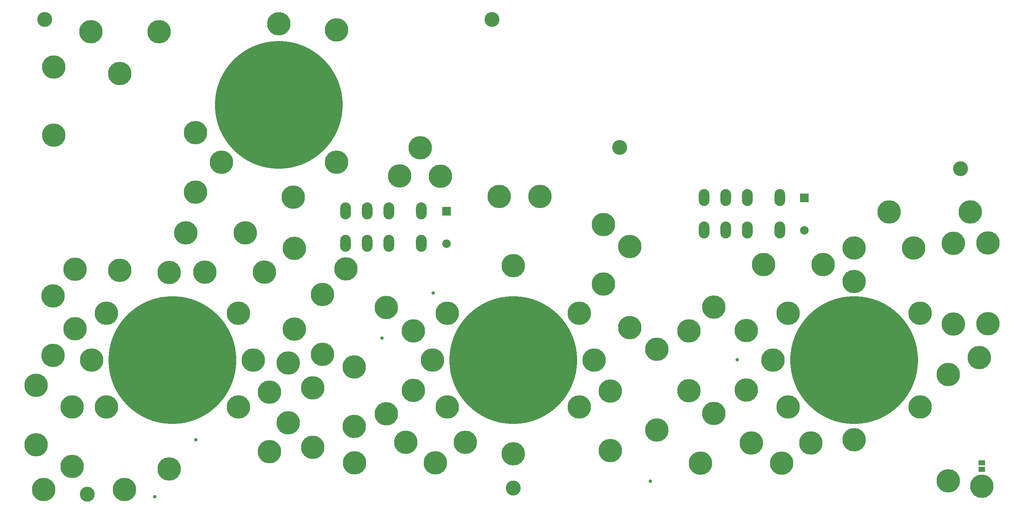
<source format=gts>
G04 #@! TF.FileFunction,Soldermask,Top*
%FSLAX46Y46*%
G04 Gerber Fmt 4.6, Leading zero omitted, Abs format (unit mm)*
G04 Created by KiCad (PCBNEW 4.0.5+dfsg1-4) date Sun May 14 19:10:16 2017*
%MOMM*%
%LPD*%
G01*
G04 APERTURE LIST*
%ADD10C,0.100000*%
%ADD11C,3.500000*%
%ADD12C,0.800000*%
%ADD13C,5.500000*%
%ADD14C,30.000000*%
%ADD15R,2.000000X2.000000*%
%ADD16C,2.000000*%
%ADD17O,2.500000X4.000000*%
%ADD18R,1.600200X1.168400*%
G04 APERTURE END LIST*
D10*
D11*
X85000000Y-216500000D03*
X185000000Y-215000000D03*
X290000000Y-140000000D03*
X210000000Y-135000000D03*
X180000000Y-105000000D03*
X75000000Y-105000000D03*
D12*
X100863400Y-217093800D03*
X166192200Y-169265600D03*
X154152600Y-179781200D03*
X237591600Y-184861200D03*
X110464600Y-203682600D03*
X217195400Y-213461600D03*
D13*
X249500000Y-174000000D03*
X246000000Y-185000000D03*
X280500000Y-196000000D03*
D14*
X265000000Y-185000000D03*
D13*
X249500000Y-196000000D03*
X280500000Y-174000000D03*
X247980600Y-209219800D03*
X228980600Y-209219800D03*
X294995600Y-214579200D03*
X212344000Y-158317800D03*
X212344000Y-177317800D03*
X85827600Y-107848400D03*
X101827600Y-107848400D03*
X110388400Y-131516600D03*
X110388400Y-145516600D03*
X264998200Y-166482600D03*
X264998200Y-203682600D03*
X104203500Y-164380500D03*
X104203500Y-210580500D03*
D15*
X253314200Y-146862800D03*
D16*
X253314200Y-154482800D03*
D17*
X229768400Y-154432000D03*
X234848400Y-154432000D03*
X247548400Y-154432000D03*
X247548400Y-146812000D03*
X234848400Y-146812000D03*
X229768400Y-146812000D03*
X239928400Y-146812000D03*
X239928400Y-154432000D03*
D13*
X181737000Y-146532600D03*
X191287400Y-146532600D03*
X163195000Y-135077200D03*
X143560800Y-107442000D03*
X243723400Y-162560000D03*
X257723400Y-162560000D03*
X108123200Y-155092400D03*
X122123200Y-155092400D03*
X264983200Y-158673800D03*
X278983200Y-158673800D03*
X239725200Y-177990500D03*
X239725200Y-191990500D03*
X226237800Y-192140600D03*
X226237800Y-178140600D03*
X240878600Y-204470000D03*
X254878600Y-204470000D03*
X207797400Y-192263000D03*
X207797400Y-206263000D03*
X206146400Y-153121600D03*
X206146400Y-167121600D03*
X161594800Y-178125600D03*
X161594800Y-192125600D03*
X147650200Y-200548000D03*
X147650200Y-186548000D03*
X159751000Y-204292200D03*
X173751000Y-204292200D03*
X127812800Y-192466200D03*
X127812800Y-206466200D03*
X112583200Y-164312600D03*
X126583200Y-164312600D03*
X140182600Y-183580800D03*
X140182600Y-169580800D03*
X76936600Y-169870600D03*
X76936600Y-183870600D03*
X294411400Y-184378600D03*
D18*
X294995600Y-209118200D03*
X294995600Y-210642200D03*
D13*
X288315400Y-157530800D03*
X288315400Y-176530800D03*
X232092500Y-172510400D03*
X232092500Y-197510400D03*
X218694000Y-182409700D03*
X218694000Y-201409700D03*
X155194000Y-172589800D03*
X155194000Y-197589800D03*
X166751000Y-209092800D03*
X147751000Y-209092800D03*
X133578600Y-158698800D03*
X133578600Y-177698800D03*
X93751800Y-215366600D03*
X74751800Y-215366600D03*
X92633800Y-117657200D03*
X92633800Y-163857200D03*
X132156200Y-185684400D03*
X132156200Y-199684400D03*
X81483200Y-209956400D03*
X81483200Y-195956400D03*
X137922000Y-191475600D03*
X137922000Y-205475600D03*
X82143600Y-163611800D03*
X82143600Y-177611800D03*
X72999600Y-190876400D03*
X72999600Y-204876400D03*
X77114400Y-132130800D03*
X77114400Y-116130800D03*
X169500000Y-174000000D03*
X166000000Y-185000000D03*
X200500000Y-196000000D03*
D14*
X185000000Y-185000000D03*
D13*
X169500000Y-196000000D03*
X200500000Y-174000000D03*
X204000000Y-185000000D03*
X89500000Y-174000000D03*
X86000000Y-185000000D03*
X120500000Y-196000000D03*
D14*
X105000000Y-185000000D03*
D13*
X89500000Y-196000000D03*
X120500000Y-174000000D03*
X124000000Y-185000000D03*
X287096200Y-188366400D03*
X287096200Y-213366400D03*
X273252800Y-150164800D03*
X292252800Y-150164800D03*
X185006000Y-162775200D03*
X185006000Y-206975200D03*
X296443400Y-176428800D03*
X296443400Y-157428800D03*
D15*
X169341800Y-150012400D03*
D16*
X169341800Y-157632400D03*
D17*
X145643600Y-157556200D03*
X150723600Y-157556200D03*
X163423600Y-157556200D03*
X163423600Y-149936200D03*
X150723600Y-149936200D03*
X145643600Y-149936200D03*
X155803600Y-149936200D03*
X155803600Y-157556200D03*
D13*
X145745200Y-163550600D03*
X158318200Y-141681200D03*
X133324600Y-146710400D03*
X167894000Y-141757400D03*
X130000000Y-106000000D03*
X116500000Y-138500000D03*
X143500000Y-138500000D03*
D14*
X130000000Y-125000000D03*
M02*

</source>
